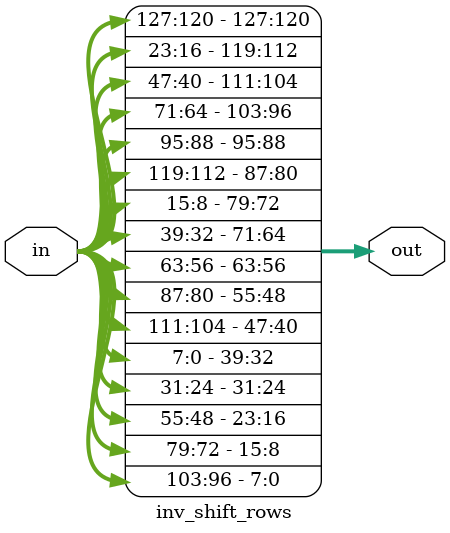
<source format=sv>
module inv_shift_rows(
	input reg [127:0] in,
	output reg [127:0] out
);

always_comb begin : inverse_shifting
	out[127:96] = {in[127:120],in[23:16],in[47:40],in[71:64]};
	out[95:64]  = {in[95:88],in[119:112],in[15:08],in[39:32]};
	out[63:32]  = {in[63:56],in[87:80],in[111:104],in[07:00]};
	out[31:00]  = {in[31:24],in[55:48],in[79:72], in[103:96]};

	/*
	out[127:96] = {in[127:120],in[95:88],in[63:56],in[31:24]};
	out[95:64]  = {in[23:16],in[119:112],in[87:80],in[55:48]};
	out[63:32]  = {in[47:40],in[15:08],in[111:104],in[79:72]};
	out[31:00]  = {in[71:64],in[39:32],in[07:00],in[103:96]};
	*/
end

endmodule

</source>
